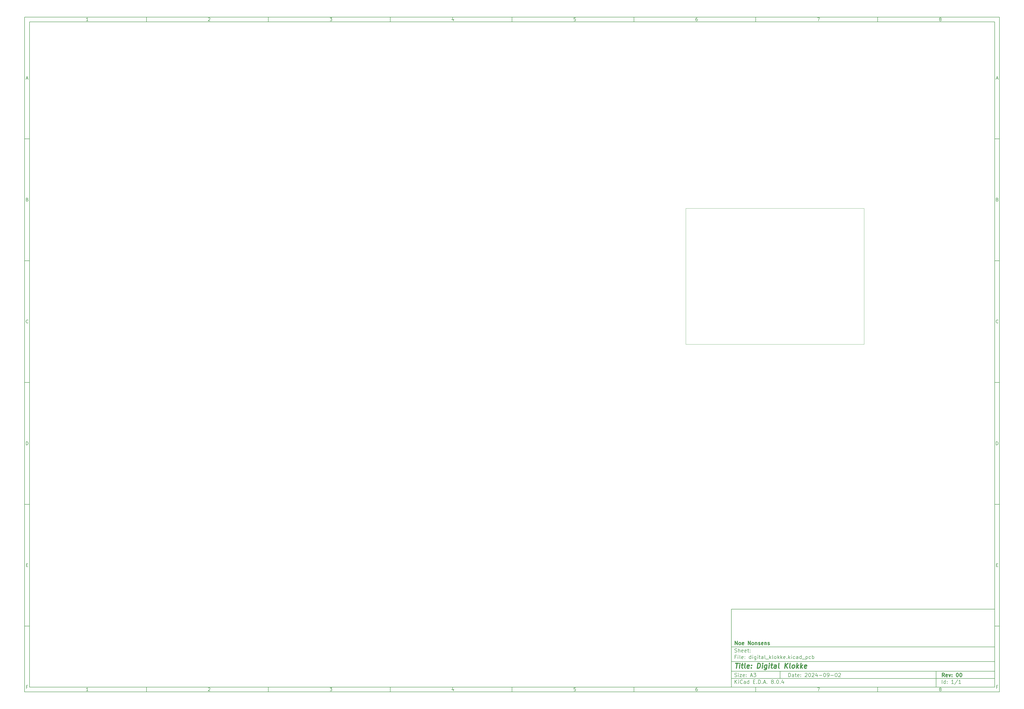
<source format=gbr>
%TF.GenerationSoftware,KiCad,Pcbnew,8.0.4*%
%TF.CreationDate,2024-09-02T20:22:52+02:00*%
%TF.ProjectId,digital_klokke,64696769-7461-46c5-9f6b-6c6f6b6b652e,00*%
%TF.SameCoordinates,PX10c44c20PY899d7e0*%
%TF.FileFunction,Profile,NP*%
%FSLAX46Y46*%
G04 Gerber Fmt 4.6, Leading zero omitted, Abs format (unit mm)*
G04 Created by KiCad (PCBNEW 8.0.4) date 2024-09-02 20:22:52*
%MOMM*%
%LPD*%
G01*
G04 APERTURE LIST*
%ADD10C,0.100000*%
%ADD11C,0.150000*%
%ADD12C,0.300000*%
%ADD13C,0.400000*%
%TA.AperFunction,Profile*%
%ADD14C,0.050000*%
%TD*%
G04 APERTURE END LIST*
D10*
D11*
X18689000Y-108702200D02*
X126689000Y-108702200D01*
X126689000Y-140702200D01*
X18689000Y-140702200D01*
X18689000Y-108702200D01*
D10*
D11*
X-271300000Y134300000D02*
X128689000Y134300000D01*
X128689000Y-142702200D01*
X-271300000Y-142702200D01*
X-271300000Y134300000D01*
D10*
D11*
X-269300000Y132300000D02*
X126689000Y132300000D01*
X126689000Y-140702200D01*
X-269300000Y-140702200D01*
X-269300000Y132300000D01*
D10*
D11*
X-221300000Y132300000D02*
X-221300000Y134300000D01*
D10*
D11*
X-171300000Y132300000D02*
X-171300000Y134300000D01*
D10*
D11*
X-121300000Y132300000D02*
X-121300000Y134300000D01*
D10*
D11*
X-71300000Y132300000D02*
X-71300000Y134300000D01*
D10*
D11*
X-21300000Y132300000D02*
X-21300000Y134300000D01*
D10*
D11*
X28700000Y132300000D02*
X28700000Y134300000D01*
D10*
D11*
X78700000Y132300000D02*
X78700000Y134300000D01*
D10*
D11*
X-245210840Y132706396D02*
X-245953697Y132706396D01*
X-245582269Y132706396D02*
X-245582269Y134006396D01*
X-245582269Y134006396D02*
X-245706078Y133820681D01*
X-245706078Y133820681D02*
X-245829888Y133696872D01*
X-245829888Y133696872D02*
X-245953697Y133634967D01*
D10*
D11*
X-195953697Y133882586D02*
X-195891793Y133944491D01*
X-195891793Y133944491D02*
X-195767983Y134006396D01*
X-195767983Y134006396D02*
X-195458459Y134006396D01*
X-195458459Y134006396D02*
X-195334650Y133944491D01*
X-195334650Y133944491D02*
X-195272745Y133882586D01*
X-195272745Y133882586D02*
X-195210840Y133758777D01*
X-195210840Y133758777D02*
X-195210840Y133634967D01*
X-195210840Y133634967D02*
X-195272745Y133449253D01*
X-195272745Y133449253D02*
X-196015602Y132706396D01*
X-196015602Y132706396D02*
X-195210840Y132706396D01*
D10*
D11*
X-146015602Y134006396D02*
X-145210840Y134006396D01*
X-145210840Y134006396D02*
X-145644174Y133511158D01*
X-145644174Y133511158D02*
X-145458459Y133511158D01*
X-145458459Y133511158D02*
X-145334650Y133449253D01*
X-145334650Y133449253D02*
X-145272745Y133387348D01*
X-145272745Y133387348D02*
X-145210840Y133263539D01*
X-145210840Y133263539D02*
X-145210840Y132954015D01*
X-145210840Y132954015D02*
X-145272745Y132830205D01*
X-145272745Y132830205D02*
X-145334650Y132768300D01*
X-145334650Y132768300D02*
X-145458459Y132706396D01*
X-145458459Y132706396D02*
X-145829888Y132706396D01*
X-145829888Y132706396D02*
X-145953697Y132768300D01*
X-145953697Y132768300D02*
X-146015602Y132830205D01*
D10*
D11*
X-95334650Y133573062D02*
X-95334650Y132706396D01*
X-95644174Y134068300D02*
X-95953697Y133139729D01*
X-95953697Y133139729D02*
X-95148936Y133139729D01*
D10*
D11*
X-45272745Y134006396D02*
X-45891793Y134006396D01*
X-45891793Y134006396D02*
X-45953697Y133387348D01*
X-45953697Y133387348D02*
X-45891793Y133449253D01*
X-45891793Y133449253D02*
X-45767983Y133511158D01*
X-45767983Y133511158D02*
X-45458459Y133511158D01*
X-45458459Y133511158D02*
X-45334650Y133449253D01*
X-45334650Y133449253D02*
X-45272745Y133387348D01*
X-45272745Y133387348D02*
X-45210840Y133263539D01*
X-45210840Y133263539D02*
X-45210840Y132954015D01*
X-45210840Y132954015D02*
X-45272745Y132830205D01*
X-45272745Y132830205D02*
X-45334650Y132768300D01*
X-45334650Y132768300D02*
X-45458459Y132706396D01*
X-45458459Y132706396D02*
X-45767983Y132706396D01*
X-45767983Y132706396D02*
X-45891793Y132768300D01*
X-45891793Y132768300D02*
X-45953697Y132830205D01*
D10*
D11*
X4665350Y134006396D02*
X4417731Y134006396D01*
X4417731Y134006396D02*
X4293922Y133944491D01*
X4293922Y133944491D02*
X4232017Y133882586D01*
X4232017Y133882586D02*
X4108207Y133696872D01*
X4108207Y133696872D02*
X4046303Y133449253D01*
X4046303Y133449253D02*
X4046303Y132954015D01*
X4046303Y132954015D02*
X4108207Y132830205D01*
X4108207Y132830205D02*
X4170112Y132768300D01*
X4170112Y132768300D02*
X4293922Y132706396D01*
X4293922Y132706396D02*
X4541541Y132706396D01*
X4541541Y132706396D02*
X4665350Y132768300D01*
X4665350Y132768300D02*
X4727255Y132830205D01*
X4727255Y132830205D02*
X4789160Y132954015D01*
X4789160Y132954015D02*
X4789160Y133263539D01*
X4789160Y133263539D02*
X4727255Y133387348D01*
X4727255Y133387348D02*
X4665350Y133449253D01*
X4665350Y133449253D02*
X4541541Y133511158D01*
X4541541Y133511158D02*
X4293922Y133511158D01*
X4293922Y133511158D02*
X4170112Y133449253D01*
X4170112Y133449253D02*
X4108207Y133387348D01*
X4108207Y133387348D02*
X4046303Y133263539D01*
D10*
D11*
X53984398Y134006396D02*
X54851064Y134006396D01*
X54851064Y134006396D02*
X54293922Y132706396D01*
D10*
D11*
X104293922Y133449253D02*
X104170112Y133511158D01*
X104170112Y133511158D02*
X104108207Y133573062D01*
X104108207Y133573062D02*
X104046303Y133696872D01*
X104046303Y133696872D02*
X104046303Y133758777D01*
X104046303Y133758777D02*
X104108207Y133882586D01*
X104108207Y133882586D02*
X104170112Y133944491D01*
X104170112Y133944491D02*
X104293922Y134006396D01*
X104293922Y134006396D02*
X104541541Y134006396D01*
X104541541Y134006396D02*
X104665350Y133944491D01*
X104665350Y133944491D02*
X104727255Y133882586D01*
X104727255Y133882586D02*
X104789160Y133758777D01*
X104789160Y133758777D02*
X104789160Y133696872D01*
X104789160Y133696872D02*
X104727255Y133573062D01*
X104727255Y133573062D02*
X104665350Y133511158D01*
X104665350Y133511158D02*
X104541541Y133449253D01*
X104541541Y133449253D02*
X104293922Y133449253D01*
X104293922Y133449253D02*
X104170112Y133387348D01*
X104170112Y133387348D02*
X104108207Y133325443D01*
X104108207Y133325443D02*
X104046303Y133201634D01*
X104046303Y133201634D02*
X104046303Y132954015D01*
X104046303Y132954015D02*
X104108207Y132830205D01*
X104108207Y132830205D02*
X104170112Y132768300D01*
X104170112Y132768300D02*
X104293922Y132706396D01*
X104293922Y132706396D02*
X104541541Y132706396D01*
X104541541Y132706396D02*
X104665350Y132768300D01*
X104665350Y132768300D02*
X104727255Y132830205D01*
X104727255Y132830205D02*
X104789160Y132954015D01*
X104789160Y132954015D02*
X104789160Y133201634D01*
X104789160Y133201634D02*
X104727255Y133325443D01*
X104727255Y133325443D02*
X104665350Y133387348D01*
X104665350Y133387348D02*
X104541541Y133449253D01*
D10*
D11*
X-221300000Y-140702200D02*
X-221300000Y-142702200D01*
D10*
D11*
X-171300000Y-140702200D02*
X-171300000Y-142702200D01*
D10*
D11*
X-121300000Y-140702200D02*
X-121300000Y-142702200D01*
D10*
D11*
X-71300000Y-140702200D02*
X-71300000Y-142702200D01*
D10*
D11*
X-21300000Y-140702200D02*
X-21300000Y-142702200D01*
D10*
D11*
X28700000Y-140702200D02*
X28700000Y-142702200D01*
D10*
D11*
X78700000Y-140702200D02*
X78700000Y-142702200D01*
D10*
D11*
X-245210840Y-142295804D02*
X-245953697Y-142295804D01*
X-245582269Y-142295804D02*
X-245582269Y-140995804D01*
X-245582269Y-140995804D02*
X-245706078Y-141181519D01*
X-245706078Y-141181519D02*
X-245829888Y-141305328D01*
X-245829888Y-141305328D02*
X-245953697Y-141367233D01*
D10*
D11*
X-195953697Y-141119614D02*
X-195891793Y-141057709D01*
X-195891793Y-141057709D02*
X-195767983Y-140995804D01*
X-195767983Y-140995804D02*
X-195458459Y-140995804D01*
X-195458459Y-140995804D02*
X-195334650Y-141057709D01*
X-195334650Y-141057709D02*
X-195272745Y-141119614D01*
X-195272745Y-141119614D02*
X-195210840Y-141243423D01*
X-195210840Y-141243423D02*
X-195210840Y-141367233D01*
X-195210840Y-141367233D02*
X-195272745Y-141552947D01*
X-195272745Y-141552947D02*
X-196015602Y-142295804D01*
X-196015602Y-142295804D02*
X-195210840Y-142295804D01*
D10*
D11*
X-146015602Y-140995804D02*
X-145210840Y-140995804D01*
X-145210840Y-140995804D02*
X-145644174Y-141491042D01*
X-145644174Y-141491042D02*
X-145458459Y-141491042D01*
X-145458459Y-141491042D02*
X-145334650Y-141552947D01*
X-145334650Y-141552947D02*
X-145272745Y-141614852D01*
X-145272745Y-141614852D02*
X-145210840Y-141738661D01*
X-145210840Y-141738661D02*
X-145210840Y-142048185D01*
X-145210840Y-142048185D02*
X-145272745Y-142171995D01*
X-145272745Y-142171995D02*
X-145334650Y-142233900D01*
X-145334650Y-142233900D02*
X-145458459Y-142295804D01*
X-145458459Y-142295804D02*
X-145829888Y-142295804D01*
X-145829888Y-142295804D02*
X-145953697Y-142233900D01*
X-145953697Y-142233900D02*
X-146015602Y-142171995D01*
D10*
D11*
X-95334650Y-141429138D02*
X-95334650Y-142295804D01*
X-95644174Y-140933900D02*
X-95953697Y-141862471D01*
X-95953697Y-141862471D02*
X-95148936Y-141862471D01*
D10*
D11*
X-45272745Y-140995804D02*
X-45891793Y-140995804D01*
X-45891793Y-140995804D02*
X-45953697Y-141614852D01*
X-45953697Y-141614852D02*
X-45891793Y-141552947D01*
X-45891793Y-141552947D02*
X-45767983Y-141491042D01*
X-45767983Y-141491042D02*
X-45458459Y-141491042D01*
X-45458459Y-141491042D02*
X-45334650Y-141552947D01*
X-45334650Y-141552947D02*
X-45272745Y-141614852D01*
X-45272745Y-141614852D02*
X-45210840Y-141738661D01*
X-45210840Y-141738661D02*
X-45210840Y-142048185D01*
X-45210840Y-142048185D02*
X-45272745Y-142171995D01*
X-45272745Y-142171995D02*
X-45334650Y-142233900D01*
X-45334650Y-142233900D02*
X-45458459Y-142295804D01*
X-45458459Y-142295804D02*
X-45767983Y-142295804D01*
X-45767983Y-142295804D02*
X-45891793Y-142233900D01*
X-45891793Y-142233900D02*
X-45953697Y-142171995D01*
D10*
D11*
X4665350Y-140995804D02*
X4417731Y-140995804D01*
X4417731Y-140995804D02*
X4293922Y-141057709D01*
X4293922Y-141057709D02*
X4232017Y-141119614D01*
X4232017Y-141119614D02*
X4108207Y-141305328D01*
X4108207Y-141305328D02*
X4046303Y-141552947D01*
X4046303Y-141552947D02*
X4046303Y-142048185D01*
X4046303Y-142048185D02*
X4108207Y-142171995D01*
X4108207Y-142171995D02*
X4170112Y-142233900D01*
X4170112Y-142233900D02*
X4293922Y-142295804D01*
X4293922Y-142295804D02*
X4541541Y-142295804D01*
X4541541Y-142295804D02*
X4665350Y-142233900D01*
X4665350Y-142233900D02*
X4727255Y-142171995D01*
X4727255Y-142171995D02*
X4789160Y-142048185D01*
X4789160Y-142048185D02*
X4789160Y-141738661D01*
X4789160Y-141738661D02*
X4727255Y-141614852D01*
X4727255Y-141614852D02*
X4665350Y-141552947D01*
X4665350Y-141552947D02*
X4541541Y-141491042D01*
X4541541Y-141491042D02*
X4293922Y-141491042D01*
X4293922Y-141491042D02*
X4170112Y-141552947D01*
X4170112Y-141552947D02*
X4108207Y-141614852D01*
X4108207Y-141614852D02*
X4046303Y-141738661D01*
D10*
D11*
X53984398Y-140995804D02*
X54851064Y-140995804D01*
X54851064Y-140995804D02*
X54293922Y-142295804D01*
D10*
D11*
X104293922Y-141552947D02*
X104170112Y-141491042D01*
X104170112Y-141491042D02*
X104108207Y-141429138D01*
X104108207Y-141429138D02*
X104046303Y-141305328D01*
X104046303Y-141305328D02*
X104046303Y-141243423D01*
X104046303Y-141243423D02*
X104108207Y-141119614D01*
X104108207Y-141119614D02*
X104170112Y-141057709D01*
X104170112Y-141057709D02*
X104293922Y-140995804D01*
X104293922Y-140995804D02*
X104541541Y-140995804D01*
X104541541Y-140995804D02*
X104665350Y-141057709D01*
X104665350Y-141057709D02*
X104727255Y-141119614D01*
X104727255Y-141119614D02*
X104789160Y-141243423D01*
X104789160Y-141243423D02*
X104789160Y-141305328D01*
X104789160Y-141305328D02*
X104727255Y-141429138D01*
X104727255Y-141429138D02*
X104665350Y-141491042D01*
X104665350Y-141491042D02*
X104541541Y-141552947D01*
X104541541Y-141552947D02*
X104293922Y-141552947D01*
X104293922Y-141552947D02*
X104170112Y-141614852D01*
X104170112Y-141614852D02*
X104108207Y-141676757D01*
X104108207Y-141676757D02*
X104046303Y-141800566D01*
X104046303Y-141800566D02*
X104046303Y-142048185D01*
X104046303Y-142048185D02*
X104108207Y-142171995D01*
X104108207Y-142171995D02*
X104170112Y-142233900D01*
X104170112Y-142233900D02*
X104293922Y-142295804D01*
X104293922Y-142295804D02*
X104541541Y-142295804D01*
X104541541Y-142295804D02*
X104665350Y-142233900D01*
X104665350Y-142233900D02*
X104727255Y-142171995D01*
X104727255Y-142171995D02*
X104789160Y-142048185D01*
X104789160Y-142048185D02*
X104789160Y-141800566D01*
X104789160Y-141800566D02*
X104727255Y-141676757D01*
X104727255Y-141676757D02*
X104665350Y-141614852D01*
X104665350Y-141614852D02*
X104541541Y-141552947D01*
D10*
D11*
X-271300000Y84300000D02*
X-269300000Y84300000D01*
D10*
D11*
X-271300000Y34300000D02*
X-269300000Y34300000D01*
D10*
D11*
X-271300000Y-15700000D02*
X-269300000Y-15700000D01*
D10*
D11*
X-271300000Y-65700000D02*
X-269300000Y-65700000D01*
D10*
D11*
X-271300000Y-115700000D02*
X-269300000Y-115700000D01*
D10*
D11*
X-270609524Y109077824D02*
X-269990477Y109077824D01*
X-270733334Y108706396D02*
X-270300001Y110006396D01*
X-270300001Y110006396D02*
X-269866667Y108706396D01*
D10*
D11*
X-270207143Y59387348D02*
X-270021429Y59325443D01*
X-270021429Y59325443D02*
X-269959524Y59263539D01*
X-269959524Y59263539D02*
X-269897620Y59139729D01*
X-269897620Y59139729D02*
X-269897620Y58954015D01*
X-269897620Y58954015D02*
X-269959524Y58830205D01*
X-269959524Y58830205D02*
X-270021429Y58768300D01*
X-270021429Y58768300D02*
X-270145239Y58706396D01*
X-270145239Y58706396D02*
X-270640477Y58706396D01*
X-270640477Y58706396D02*
X-270640477Y60006396D01*
X-270640477Y60006396D02*
X-270207143Y60006396D01*
X-270207143Y60006396D02*
X-270083334Y59944491D01*
X-270083334Y59944491D02*
X-270021429Y59882586D01*
X-270021429Y59882586D02*
X-269959524Y59758777D01*
X-269959524Y59758777D02*
X-269959524Y59634967D01*
X-269959524Y59634967D02*
X-270021429Y59511158D01*
X-270021429Y59511158D02*
X-270083334Y59449253D01*
X-270083334Y59449253D02*
X-270207143Y59387348D01*
X-270207143Y59387348D02*
X-270640477Y59387348D01*
D10*
D11*
X-269897620Y8830205D02*
X-269959524Y8768300D01*
X-269959524Y8768300D02*
X-270145239Y8706396D01*
X-270145239Y8706396D02*
X-270269048Y8706396D01*
X-270269048Y8706396D02*
X-270454762Y8768300D01*
X-270454762Y8768300D02*
X-270578572Y8892110D01*
X-270578572Y8892110D02*
X-270640477Y9015920D01*
X-270640477Y9015920D02*
X-270702381Y9263539D01*
X-270702381Y9263539D02*
X-270702381Y9449253D01*
X-270702381Y9449253D02*
X-270640477Y9696872D01*
X-270640477Y9696872D02*
X-270578572Y9820681D01*
X-270578572Y9820681D02*
X-270454762Y9944491D01*
X-270454762Y9944491D02*
X-270269048Y10006396D01*
X-270269048Y10006396D02*
X-270145239Y10006396D01*
X-270145239Y10006396D02*
X-269959524Y9944491D01*
X-269959524Y9944491D02*
X-269897620Y9882586D01*
D10*
D11*
X-270640477Y-41293604D02*
X-270640477Y-39993604D01*
X-270640477Y-39993604D02*
X-270330953Y-39993604D01*
X-270330953Y-39993604D02*
X-270145239Y-40055509D01*
X-270145239Y-40055509D02*
X-270021429Y-40179319D01*
X-270021429Y-40179319D02*
X-269959524Y-40303128D01*
X-269959524Y-40303128D02*
X-269897620Y-40550747D01*
X-269897620Y-40550747D02*
X-269897620Y-40736461D01*
X-269897620Y-40736461D02*
X-269959524Y-40984080D01*
X-269959524Y-40984080D02*
X-270021429Y-41107890D01*
X-270021429Y-41107890D02*
X-270145239Y-41231700D01*
X-270145239Y-41231700D02*
X-270330953Y-41293604D01*
X-270330953Y-41293604D02*
X-270640477Y-41293604D01*
D10*
D11*
X-270578572Y-90612652D02*
X-270145238Y-90612652D01*
X-269959524Y-91293604D02*
X-270578572Y-91293604D01*
X-270578572Y-91293604D02*
X-270578572Y-89993604D01*
X-270578572Y-89993604D02*
X-269959524Y-89993604D01*
D10*
D11*
X-270114286Y-140612652D02*
X-270547620Y-140612652D01*
X-270547620Y-141293604D02*
X-270547620Y-139993604D01*
X-270547620Y-139993604D02*
X-269928572Y-139993604D01*
D10*
D11*
X128689000Y84300000D02*
X126689000Y84300000D01*
D10*
D11*
X128689000Y34300000D02*
X126689000Y34300000D01*
D10*
D11*
X128689000Y-15700000D02*
X126689000Y-15700000D01*
D10*
D11*
X128689000Y-65700000D02*
X126689000Y-65700000D01*
D10*
D11*
X128689000Y-115700000D02*
X126689000Y-115700000D01*
D10*
D11*
X127379476Y109077824D02*
X127998523Y109077824D01*
X127255666Y108706396D02*
X127688999Y110006396D01*
X127688999Y110006396D02*
X128122333Y108706396D01*
D10*
D11*
X127781857Y59387348D02*
X127967571Y59325443D01*
X127967571Y59325443D02*
X128029476Y59263539D01*
X128029476Y59263539D02*
X128091380Y59139729D01*
X128091380Y59139729D02*
X128091380Y58954015D01*
X128091380Y58954015D02*
X128029476Y58830205D01*
X128029476Y58830205D02*
X127967571Y58768300D01*
X127967571Y58768300D02*
X127843761Y58706396D01*
X127843761Y58706396D02*
X127348523Y58706396D01*
X127348523Y58706396D02*
X127348523Y60006396D01*
X127348523Y60006396D02*
X127781857Y60006396D01*
X127781857Y60006396D02*
X127905666Y59944491D01*
X127905666Y59944491D02*
X127967571Y59882586D01*
X127967571Y59882586D02*
X128029476Y59758777D01*
X128029476Y59758777D02*
X128029476Y59634967D01*
X128029476Y59634967D02*
X127967571Y59511158D01*
X127967571Y59511158D02*
X127905666Y59449253D01*
X127905666Y59449253D02*
X127781857Y59387348D01*
X127781857Y59387348D02*
X127348523Y59387348D01*
D10*
D11*
X128091380Y8830205D02*
X128029476Y8768300D01*
X128029476Y8768300D02*
X127843761Y8706396D01*
X127843761Y8706396D02*
X127719952Y8706396D01*
X127719952Y8706396D02*
X127534238Y8768300D01*
X127534238Y8768300D02*
X127410428Y8892110D01*
X127410428Y8892110D02*
X127348523Y9015920D01*
X127348523Y9015920D02*
X127286619Y9263539D01*
X127286619Y9263539D02*
X127286619Y9449253D01*
X127286619Y9449253D02*
X127348523Y9696872D01*
X127348523Y9696872D02*
X127410428Y9820681D01*
X127410428Y9820681D02*
X127534238Y9944491D01*
X127534238Y9944491D02*
X127719952Y10006396D01*
X127719952Y10006396D02*
X127843761Y10006396D01*
X127843761Y10006396D02*
X128029476Y9944491D01*
X128029476Y9944491D02*
X128091380Y9882586D01*
D10*
D11*
X127348523Y-41293604D02*
X127348523Y-39993604D01*
X127348523Y-39993604D02*
X127658047Y-39993604D01*
X127658047Y-39993604D02*
X127843761Y-40055509D01*
X127843761Y-40055509D02*
X127967571Y-40179319D01*
X127967571Y-40179319D02*
X128029476Y-40303128D01*
X128029476Y-40303128D02*
X128091380Y-40550747D01*
X128091380Y-40550747D02*
X128091380Y-40736461D01*
X128091380Y-40736461D02*
X128029476Y-40984080D01*
X128029476Y-40984080D02*
X127967571Y-41107890D01*
X127967571Y-41107890D02*
X127843761Y-41231700D01*
X127843761Y-41231700D02*
X127658047Y-41293604D01*
X127658047Y-41293604D02*
X127348523Y-41293604D01*
D10*
D11*
X127410428Y-90612652D02*
X127843762Y-90612652D01*
X128029476Y-91293604D02*
X127410428Y-91293604D01*
X127410428Y-91293604D02*
X127410428Y-89993604D01*
X127410428Y-89993604D02*
X128029476Y-89993604D01*
D10*
D11*
X127874714Y-140612652D02*
X127441380Y-140612652D01*
X127441380Y-141293604D02*
X127441380Y-139993604D01*
X127441380Y-139993604D02*
X128060428Y-139993604D01*
D10*
D11*
X42144826Y-136488328D02*
X42144826Y-134988328D01*
X42144826Y-134988328D02*
X42501969Y-134988328D01*
X42501969Y-134988328D02*
X42716255Y-135059757D01*
X42716255Y-135059757D02*
X42859112Y-135202614D01*
X42859112Y-135202614D02*
X42930541Y-135345471D01*
X42930541Y-135345471D02*
X43001969Y-135631185D01*
X43001969Y-135631185D02*
X43001969Y-135845471D01*
X43001969Y-135845471D02*
X42930541Y-136131185D01*
X42930541Y-136131185D02*
X42859112Y-136274042D01*
X42859112Y-136274042D02*
X42716255Y-136416900D01*
X42716255Y-136416900D02*
X42501969Y-136488328D01*
X42501969Y-136488328D02*
X42144826Y-136488328D01*
X44287684Y-136488328D02*
X44287684Y-135702614D01*
X44287684Y-135702614D02*
X44216255Y-135559757D01*
X44216255Y-135559757D02*
X44073398Y-135488328D01*
X44073398Y-135488328D02*
X43787684Y-135488328D01*
X43787684Y-135488328D02*
X43644826Y-135559757D01*
X44287684Y-136416900D02*
X44144826Y-136488328D01*
X44144826Y-136488328D02*
X43787684Y-136488328D01*
X43787684Y-136488328D02*
X43644826Y-136416900D01*
X43644826Y-136416900D02*
X43573398Y-136274042D01*
X43573398Y-136274042D02*
X43573398Y-136131185D01*
X43573398Y-136131185D02*
X43644826Y-135988328D01*
X43644826Y-135988328D02*
X43787684Y-135916900D01*
X43787684Y-135916900D02*
X44144826Y-135916900D01*
X44144826Y-135916900D02*
X44287684Y-135845471D01*
X44787684Y-135488328D02*
X45359112Y-135488328D01*
X45001969Y-134988328D02*
X45001969Y-136274042D01*
X45001969Y-136274042D02*
X45073398Y-136416900D01*
X45073398Y-136416900D02*
X45216255Y-136488328D01*
X45216255Y-136488328D02*
X45359112Y-136488328D01*
X46430541Y-136416900D02*
X46287684Y-136488328D01*
X46287684Y-136488328D02*
X46001970Y-136488328D01*
X46001970Y-136488328D02*
X45859112Y-136416900D01*
X45859112Y-136416900D02*
X45787684Y-136274042D01*
X45787684Y-136274042D02*
X45787684Y-135702614D01*
X45787684Y-135702614D02*
X45859112Y-135559757D01*
X45859112Y-135559757D02*
X46001970Y-135488328D01*
X46001970Y-135488328D02*
X46287684Y-135488328D01*
X46287684Y-135488328D02*
X46430541Y-135559757D01*
X46430541Y-135559757D02*
X46501970Y-135702614D01*
X46501970Y-135702614D02*
X46501970Y-135845471D01*
X46501970Y-135845471D02*
X45787684Y-135988328D01*
X47144826Y-136345471D02*
X47216255Y-136416900D01*
X47216255Y-136416900D02*
X47144826Y-136488328D01*
X47144826Y-136488328D02*
X47073398Y-136416900D01*
X47073398Y-136416900D02*
X47144826Y-136345471D01*
X47144826Y-136345471D02*
X47144826Y-136488328D01*
X47144826Y-135559757D02*
X47216255Y-135631185D01*
X47216255Y-135631185D02*
X47144826Y-135702614D01*
X47144826Y-135702614D02*
X47073398Y-135631185D01*
X47073398Y-135631185D02*
X47144826Y-135559757D01*
X47144826Y-135559757D02*
X47144826Y-135702614D01*
X48930541Y-135131185D02*
X49001969Y-135059757D01*
X49001969Y-135059757D02*
X49144827Y-134988328D01*
X49144827Y-134988328D02*
X49501969Y-134988328D01*
X49501969Y-134988328D02*
X49644827Y-135059757D01*
X49644827Y-135059757D02*
X49716255Y-135131185D01*
X49716255Y-135131185D02*
X49787684Y-135274042D01*
X49787684Y-135274042D02*
X49787684Y-135416900D01*
X49787684Y-135416900D02*
X49716255Y-135631185D01*
X49716255Y-135631185D02*
X48859112Y-136488328D01*
X48859112Y-136488328D02*
X49787684Y-136488328D01*
X50716255Y-134988328D02*
X50859112Y-134988328D01*
X50859112Y-134988328D02*
X51001969Y-135059757D01*
X51001969Y-135059757D02*
X51073398Y-135131185D01*
X51073398Y-135131185D02*
X51144826Y-135274042D01*
X51144826Y-135274042D02*
X51216255Y-135559757D01*
X51216255Y-135559757D02*
X51216255Y-135916900D01*
X51216255Y-135916900D02*
X51144826Y-136202614D01*
X51144826Y-136202614D02*
X51073398Y-136345471D01*
X51073398Y-136345471D02*
X51001969Y-136416900D01*
X51001969Y-136416900D02*
X50859112Y-136488328D01*
X50859112Y-136488328D02*
X50716255Y-136488328D01*
X50716255Y-136488328D02*
X50573398Y-136416900D01*
X50573398Y-136416900D02*
X50501969Y-136345471D01*
X50501969Y-136345471D02*
X50430540Y-136202614D01*
X50430540Y-136202614D02*
X50359112Y-135916900D01*
X50359112Y-135916900D02*
X50359112Y-135559757D01*
X50359112Y-135559757D02*
X50430540Y-135274042D01*
X50430540Y-135274042D02*
X50501969Y-135131185D01*
X50501969Y-135131185D02*
X50573398Y-135059757D01*
X50573398Y-135059757D02*
X50716255Y-134988328D01*
X51787683Y-135131185D02*
X51859111Y-135059757D01*
X51859111Y-135059757D02*
X52001969Y-134988328D01*
X52001969Y-134988328D02*
X52359111Y-134988328D01*
X52359111Y-134988328D02*
X52501969Y-135059757D01*
X52501969Y-135059757D02*
X52573397Y-135131185D01*
X52573397Y-135131185D02*
X52644826Y-135274042D01*
X52644826Y-135274042D02*
X52644826Y-135416900D01*
X52644826Y-135416900D02*
X52573397Y-135631185D01*
X52573397Y-135631185D02*
X51716254Y-136488328D01*
X51716254Y-136488328D02*
X52644826Y-136488328D01*
X53930540Y-135488328D02*
X53930540Y-136488328D01*
X53573397Y-134916900D02*
X53216254Y-135988328D01*
X53216254Y-135988328D02*
X54144825Y-135988328D01*
X54716253Y-135916900D02*
X55859111Y-135916900D01*
X56859111Y-134988328D02*
X57001968Y-134988328D01*
X57001968Y-134988328D02*
X57144825Y-135059757D01*
X57144825Y-135059757D02*
X57216254Y-135131185D01*
X57216254Y-135131185D02*
X57287682Y-135274042D01*
X57287682Y-135274042D02*
X57359111Y-135559757D01*
X57359111Y-135559757D02*
X57359111Y-135916900D01*
X57359111Y-135916900D02*
X57287682Y-136202614D01*
X57287682Y-136202614D02*
X57216254Y-136345471D01*
X57216254Y-136345471D02*
X57144825Y-136416900D01*
X57144825Y-136416900D02*
X57001968Y-136488328D01*
X57001968Y-136488328D02*
X56859111Y-136488328D01*
X56859111Y-136488328D02*
X56716254Y-136416900D01*
X56716254Y-136416900D02*
X56644825Y-136345471D01*
X56644825Y-136345471D02*
X56573396Y-136202614D01*
X56573396Y-136202614D02*
X56501968Y-135916900D01*
X56501968Y-135916900D02*
X56501968Y-135559757D01*
X56501968Y-135559757D02*
X56573396Y-135274042D01*
X56573396Y-135274042D02*
X56644825Y-135131185D01*
X56644825Y-135131185D02*
X56716254Y-135059757D01*
X56716254Y-135059757D02*
X56859111Y-134988328D01*
X58073396Y-136488328D02*
X58359110Y-136488328D01*
X58359110Y-136488328D02*
X58501967Y-136416900D01*
X58501967Y-136416900D02*
X58573396Y-136345471D01*
X58573396Y-136345471D02*
X58716253Y-136131185D01*
X58716253Y-136131185D02*
X58787682Y-135845471D01*
X58787682Y-135845471D02*
X58787682Y-135274042D01*
X58787682Y-135274042D02*
X58716253Y-135131185D01*
X58716253Y-135131185D02*
X58644825Y-135059757D01*
X58644825Y-135059757D02*
X58501967Y-134988328D01*
X58501967Y-134988328D02*
X58216253Y-134988328D01*
X58216253Y-134988328D02*
X58073396Y-135059757D01*
X58073396Y-135059757D02*
X58001967Y-135131185D01*
X58001967Y-135131185D02*
X57930539Y-135274042D01*
X57930539Y-135274042D02*
X57930539Y-135631185D01*
X57930539Y-135631185D02*
X58001967Y-135774042D01*
X58001967Y-135774042D02*
X58073396Y-135845471D01*
X58073396Y-135845471D02*
X58216253Y-135916900D01*
X58216253Y-135916900D02*
X58501967Y-135916900D01*
X58501967Y-135916900D02*
X58644825Y-135845471D01*
X58644825Y-135845471D02*
X58716253Y-135774042D01*
X58716253Y-135774042D02*
X58787682Y-135631185D01*
X59430538Y-135916900D02*
X60573396Y-135916900D01*
X61573396Y-134988328D02*
X61716253Y-134988328D01*
X61716253Y-134988328D02*
X61859110Y-135059757D01*
X61859110Y-135059757D02*
X61930539Y-135131185D01*
X61930539Y-135131185D02*
X62001967Y-135274042D01*
X62001967Y-135274042D02*
X62073396Y-135559757D01*
X62073396Y-135559757D02*
X62073396Y-135916900D01*
X62073396Y-135916900D02*
X62001967Y-136202614D01*
X62001967Y-136202614D02*
X61930539Y-136345471D01*
X61930539Y-136345471D02*
X61859110Y-136416900D01*
X61859110Y-136416900D02*
X61716253Y-136488328D01*
X61716253Y-136488328D02*
X61573396Y-136488328D01*
X61573396Y-136488328D02*
X61430539Y-136416900D01*
X61430539Y-136416900D02*
X61359110Y-136345471D01*
X61359110Y-136345471D02*
X61287681Y-136202614D01*
X61287681Y-136202614D02*
X61216253Y-135916900D01*
X61216253Y-135916900D02*
X61216253Y-135559757D01*
X61216253Y-135559757D02*
X61287681Y-135274042D01*
X61287681Y-135274042D02*
X61359110Y-135131185D01*
X61359110Y-135131185D02*
X61430539Y-135059757D01*
X61430539Y-135059757D02*
X61573396Y-134988328D01*
X62644824Y-135131185D02*
X62716252Y-135059757D01*
X62716252Y-135059757D02*
X62859110Y-134988328D01*
X62859110Y-134988328D02*
X63216252Y-134988328D01*
X63216252Y-134988328D02*
X63359110Y-135059757D01*
X63359110Y-135059757D02*
X63430538Y-135131185D01*
X63430538Y-135131185D02*
X63501967Y-135274042D01*
X63501967Y-135274042D02*
X63501967Y-135416900D01*
X63501967Y-135416900D02*
X63430538Y-135631185D01*
X63430538Y-135631185D02*
X62573395Y-136488328D01*
X62573395Y-136488328D02*
X63501967Y-136488328D01*
D10*
D11*
X18689000Y-137202200D02*
X126689000Y-137202200D01*
D10*
D11*
X20144826Y-139288328D02*
X20144826Y-137788328D01*
X21001969Y-139288328D02*
X20359112Y-138431185D01*
X21001969Y-137788328D02*
X20144826Y-138645471D01*
X21644826Y-139288328D02*
X21644826Y-138288328D01*
X21644826Y-137788328D02*
X21573398Y-137859757D01*
X21573398Y-137859757D02*
X21644826Y-137931185D01*
X21644826Y-137931185D02*
X21716255Y-137859757D01*
X21716255Y-137859757D02*
X21644826Y-137788328D01*
X21644826Y-137788328D02*
X21644826Y-137931185D01*
X23216255Y-139145471D02*
X23144827Y-139216900D01*
X23144827Y-139216900D02*
X22930541Y-139288328D01*
X22930541Y-139288328D02*
X22787684Y-139288328D01*
X22787684Y-139288328D02*
X22573398Y-139216900D01*
X22573398Y-139216900D02*
X22430541Y-139074042D01*
X22430541Y-139074042D02*
X22359112Y-138931185D01*
X22359112Y-138931185D02*
X22287684Y-138645471D01*
X22287684Y-138645471D02*
X22287684Y-138431185D01*
X22287684Y-138431185D02*
X22359112Y-138145471D01*
X22359112Y-138145471D02*
X22430541Y-138002614D01*
X22430541Y-138002614D02*
X22573398Y-137859757D01*
X22573398Y-137859757D02*
X22787684Y-137788328D01*
X22787684Y-137788328D02*
X22930541Y-137788328D01*
X22930541Y-137788328D02*
X23144827Y-137859757D01*
X23144827Y-137859757D02*
X23216255Y-137931185D01*
X24501970Y-139288328D02*
X24501970Y-138502614D01*
X24501970Y-138502614D02*
X24430541Y-138359757D01*
X24430541Y-138359757D02*
X24287684Y-138288328D01*
X24287684Y-138288328D02*
X24001970Y-138288328D01*
X24001970Y-138288328D02*
X23859112Y-138359757D01*
X24501970Y-139216900D02*
X24359112Y-139288328D01*
X24359112Y-139288328D02*
X24001970Y-139288328D01*
X24001970Y-139288328D02*
X23859112Y-139216900D01*
X23859112Y-139216900D02*
X23787684Y-139074042D01*
X23787684Y-139074042D02*
X23787684Y-138931185D01*
X23787684Y-138931185D02*
X23859112Y-138788328D01*
X23859112Y-138788328D02*
X24001970Y-138716900D01*
X24001970Y-138716900D02*
X24359112Y-138716900D01*
X24359112Y-138716900D02*
X24501970Y-138645471D01*
X25859113Y-139288328D02*
X25859113Y-137788328D01*
X25859113Y-139216900D02*
X25716255Y-139288328D01*
X25716255Y-139288328D02*
X25430541Y-139288328D01*
X25430541Y-139288328D02*
X25287684Y-139216900D01*
X25287684Y-139216900D02*
X25216255Y-139145471D01*
X25216255Y-139145471D02*
X25144827Y-139002614D01*
X25144827Y-139002614D02*
X25144827Y-138574042D01*
X25144827Y-138574042D02*
X25216255Y-138431185D01*
X25216255Y-138431185D02*
X25287684Y-138359757D01*
X25287684Y-138359757D02*
X25430541Y-138288328D01*
X25430541Y-138288328D02*
X25716255Y-138288328D01*
X25716255Y-138288328D02*
X25859113Y-138359757D01*
X27716255Y-138502614D02*
X28216255Y-138502614D01*
X28430541Y-139288328D02*
X27716255Y-139288328D01*
X27716255Y-139288328D02*
X27716255Y-137788328D01*
X27716255Y-137788328D02*
X28430541Y-137788328D01*
X29073398Y-139145471D02*
X29144827Y-139216900D01*
X29144827Y-139216900D02*
X29073398Y-139288328D01*
X29073398Y-139288328D02*
X29001970Y-139216900D01*
X29001970Y-139216900D02*
X29073398Y-139145471D01*
X29073398Y-139145471D02*
X29073398Y-139288328D01*
X29787684Y-139288328D02*
X29787684Y-137788328D01*
X29787684Y-137788328D02*
X30144827Y-137788328D01*
X30144827Y-137788328D02*
X30359113Y-137859757D01*
X30359113Y-137859757D02*
X30501970Y-138002614D01*
X30501970Y-138002614D02*
X30573399Y-138145471D01*
X30573399Y-138145471D02*
X30644827Y-138431185D01*
X30644827Y-138431185D02*
X30644827Y-138645471D01*
X30644827Y-138645471D02*
X30573399Y-138931185D01*
X30573399Y-138931185D02*
X30501970Y-139074042D01*
X30501970Y-139074042D02*
X30359113Y-139216900D01*
X30359113Y-139216900D02*
X30144827Y-139288328D01*
X30144827Y-139288328D02*
X29787684Y-139288328D01*
X31287684Y-139145471D02*
X31359113Y-139216900D01*
X31359113Y-139216900D02*
X31287684Y-139288328D01*
X31287684Y-139288328D02*
X31216256Y-139216900D01*
X31216256Y-139216900D02*
X31287684Y-139145471D01*
X31287684Y-139145471D02*
X31287684Y-139288328D01*
X31930542Y-138859757D02*
X32644828Y-138859757D01*
X31787685Y-139288328D02*
X32287685Y-137788328D01*
X32287685Y-137788328D02*
X32787685Y-139288328D01*
X33287684Y-139145471D02*
X33359113Y-139216900D01*
X33359113Y-139216900D02*
X33287684Y-139288328D01*
X33287684Y-139288328D02*
X33216256Y-139216900D01*
X33216256Y-139216900D02*
X33287684Y-139145471D01*
X33287684Y-139145471D02*
X33287684Y-139288328D01*
X35359113Y-138431185D02*
X35216256Y-138359757D01*
X35216256Y-138359757D02*
X35144827Y-138288328D01*
X35144827Y-138288328D02*
X35073399Y-138145471D01*
X35073399Y-138145471D02*
X35073399Y-138074042D01*
X35073399Y-138074042D02*
X35144827Y-137931185D01*
X35144827Y-137931185D02*
X35216256Y-137859757D01*
X35216256Y-137859757D02*
X35359113Y-137788328D01*
X35359113Y-137788328D02*
X35644827Y-137788328D01*
X35644827Y-137788328D02*
X35787685Y-137859757D01*
X35787685Y-137859757D02*
X35859113Y-137931185D01*
X35859113Y-137931185D02*
X35930542Y-138074042D01*
X35930542Y-138074042D02*
X35930542Y-138145471D01*
X35930542Y-138145471D02*
X35859113Y-138288328D01*
X35859113Y-138288328D02*
X35787685Y-138359757D01*
X35787685Y-138359757D02*
X35644827Y-138431185D01*
X35644827Y-138431185D02*
X35359113Y-138431185D01*
X35359113Y-138431185D02*
X35216256Y-138502614D01*
X35216256Y-138502614D02*
X35144827Y-138574042D01*
X35144827Y-138574042D02*
X35073399Y-138716900D01*
X35073399Y-138716900D02*
X35073399Y-139002614D01*
X35073399Y-139002614D02*
X35144827Y-139145471D01*
X35144827Y-139145471D02*
X35216256Y-139216900D01*
X35216256Y-139216900D02*
X35359113Y-139288328D01*
X35359113Y-139288328D02*
X35644827Y-139288328D01*
X35644827Y-139288328D02*
X35787685Y-139216900D01*
X35787685Y-139216900D02*
X35859113Y-139145471D01*
X35859113Y-139145471D02*
X35930542Y-139002614D01*
X35930542Y-139002614D02*
X35930542Y-138716900D01*
X35930542Y-138716900D02*
X35859113Y-138574042D01*
X35859113Y-138574042D02*
X35787685Y-138502614D01*
X35787685Y-138502614D02*
X35644827Y-138431185D01*
X36573398Y-139145471D02*
X36644827Y-139216900D01*
X36644827Y-139216900D02*
X36573398Y-139288328D01*
X36573398Y-139288328D02*
X36501970Y-139216900D01*
X36501970Y-139216900D02*
X36573398Y-139145471D01*
X36573398Y-139145471D02*
X36573398Y-139288328D01*
X37573399Y-137788328D02*
X37716256Y-137788328D01*
X37716256Y-137788328D02*
X37859113Y-137859757D01*
X37859113Y-137859757D02*
X37930542Y-137931185D01*
X37930542Y-137931185D02*
X38001970Y-138074042D01*
X38001970Y-138074042D02*
X38073399Y-138359757D01*
X38073399Y-138359757D02*
X38073399Y-138716900D01*
X38073399Y-138716900D02*
X38001970Y-139002614D01*
X38001970Y-139002614D02*
X37930542Y-139145471D01*
X37930542Y-139145471D02*
X37859113Y-139216900D01*
X37859113Y-139216900D02*
X37716256Y-139288328D01*
X37716256Y-139288328D02*
X37573399Y-139288328D01*
X37573399Y-139288328D02*
X37430542Y-139216900D01*
X37430542Y-139216900D02*
X37359113Y-139145471D01*
X37359113Y-139145471D02*
X37287684Y-139002614D01*
X37287684Y-139002614D02*
X37216256Y-138716900D01*
X37216256Y-138716900D02*
X37216256Y-138359757D01*
X37216256Y-138359757D02*
X37287684Y-138074042D01*
X37287684Y-138074042D02*
X37359113Y-137931185D01*
X37359113Y-137931185D02*
X37430542Y-137859757D01*
X37430542Y-137859757D02*
X37573399Y-137788328D01*
X38716255Y-139145471D02*
X38787684Y-139216900D01*
X38787684Y-139216900D02*
X38716255Y-139288328D01*
X38716255Y-139288328D02*
X38644827Y-139216900D01*
X38644827Y-139216900D02*
X38716255Y-139145471D01*
X38716255Y-139145471D02*
X38716255Y-139288328D01*
X40073399Y-138288328D02*
X40073399Y-139288328D01*
X39716256Y-137716900D02*
X39359113Y-138788328D01*
X39359113Y-138788328D02*
X40287684Y-138788328D01*
D10*
D11*
X18689000Y-134202200D02*
X126689000Y-134202200D01*
D10*
D12*
X106100653Y-136480528D02*
X105600653Y-135766242D01*
X105243510Y-136480528D02*
X105243510Y-134980528D01*
X105243510Y-134980528D02*
X105814939Y-134980528D01*
X105814939Y-134980528D02*
X105957796Y-135051957D01*
X105957796Y-135051957D02*
X106029225Y-135123385D01*
X106029225Y-135123385D02*
X106100653Y-135266242D01*
X106100653Y-135266242D02*
X106100653Y-135480528D01*
X106100653Y-135480528D02*
X106029225Y-135623385D01*
X106029225Y-135623385D02*
X105957796Y-135694814D01*
X105957796Y-135694814D02*
X105814939Y-135766242D01*
X105814939Y-135766242D02*
X105243510Y-135766242D01*
X107314939Y-136409100D02*
X107172082Y-136480528D01*
X107172082Y-136480528D02*
X106886368Y-136480528D01*
X106886368Y-136480528D02*
X106743510Y-136409100D01*
X106743510Y-136409100D02*
X106672082Y-136266242D01*
X106672082Y-136266242D02*
X106672082Y-135694814D01*
X106672082Y-135694814D02*
X106743510Y-135551957D01*
X106743510Y-135551957D02*
X106886368Y-135480528D01*
X106886368Y-135480528D02*
X107172082Y-135480528D01*
X107172082Y-135480528D02*
X107314939Y-135551957D01*
X107314939Y-135551957D02*
X107386368Y-135694814D01*
X107386368Y-135694814D02*
X107386368Y-135837671D01*
X107386368Y-135837671D02*
X106672082Y-135980528D01*
X107886367Y-135480528D02*
X108243510Y-136480528D01*
X108243510Y-136480528D02*
X108600653Y-135480528D01*
X109172081Y-136337671D02*
X109243510Y-136409100D01*
X109243510Y-136409100D02*
X109172081Y-136480528D01*
X109172081Y-136480528D02*
X109100653Y-136409100D01*
X109100653Y-136409100D02*
X109172081Y-136337671D01*
X109172081Y-136337671D02*
X109172081Y-136480528D01*
X109172081Y-135551957D02*
X109243510Y-135623385D01*
X109243510Y-135623385D02*
X109172081Y-135694814D01*
X109172081Y-135694814D02*
X109100653Y-135623385D01*
X109100653Y-135623385D02*
X109172081Y-135551957D01*
X109172081Y-135551957D02*
X109172081Y-135694814D01*
X111314939Y-134980528D02*
X111457796Y-134980528D01*
X111457796Y-134980528D02*
X111600653Y-135051957D01*
X111600653Y-135051957D02*
X111672082Y-135123385D01*
X111672082Y-135123385D02*
X111743510Y-135266242D01*
X111743510Y-135266242D02*
X111814939Y-135551957D01*
X111814939Y-135551957D02*
X111814939Y-135909100D01*
X111814939Y-135909100D02*
X111743510Y-136194814D01*
X111743510Y-136194814D02*
X111672082Y-136337671D01*
X111672082Y-136337671D02*
X111600653Y-136409100D01*
X111600653Y-136409100D02*
X111457796Y-136480528D01*
X111457796Y-136480528D02*
X111314939Y-136480528D01*
X111314939Y-136480528D02*
X111172082Y-136409100D01*
X111172082Y-136409100D02*
X111100653Y-136337671D01*
X111100653Y-136337671D02*
X111029224Y-136194814D01*
X111029224Y-136194814D02*
X110957796Y-135909100D01*
X110957796Y-135909100D02*
X110957796Y-135551957D01*
X110957796Y-135551957D02*
X111029224Y-135266242D01*
X111029224Y-135266242D02*
X111100653Y-135123385D01*
X111100653Y-135123385D02*
X111172082Y-135051957D01*
X111172082Y-135051957D02*
X111314939Y-134980528D01*
X112743510Y-134980528D02*
X112886367Y-134980528D01*
X112886367Y-134980528D02*
X113029224Y-135051957D01*
X113029224Y-135051957D02*
X113100653Y-135123385D01*
X113100653Y-135123385D02*
X113172081Y-135266242D01*
X113172081Y-135266242D02*
X113243510Y-135551957D01*
X113243510Y-135551957D02*
X113243510Y-135909100D01*
X113243510Y-135909100D02*
X113172081Y-136194814D01*
X113172081Y-136194814D02*
X113100653Y-136337671D01*
X113100653Y-136337671D02*
X113029224Y-136409100D01*
X113029224Y-136409100D02*
X112886367Y-136480528D01*
X112886367Y-136480528D02*
X112743510Y-136480528D01*
X112743510Y-136480528D02*
X112600653Y-136409100D01*
X112600653Y-136409100D02*
X112529224Y-136337671D01*
X112529224Y-136337671D02*
X112457795Y-136194814D01*
X112457795Y-136194814D02*
X112386367Y-135909100D01*
X112386367Y-135909100D02*
X112386367Y-135551957D01*
X112386367Y-135551957D02*
X112457795Y-135266242D01*
X112457795Y-135266242D02*
X112529224Y-135123385D01*
X112529224Y-135123385D02*
X112600653Y-135051957D01*
X112600653Y-135051957D02*
X112743510Y-134980528D01*
D10*
D11*
X20073398Y-136416900D02*
X20287684Y-136488328D01*
X20287684Y-136488328D02*
X20644826Y-136488328D01*
X20644826Y-136488328D02*
X20787684Y-136416900D01*
X20787684Y-136416900D02*
X20859112Y-136345471D01*
X20859112Y-136345471D02*
X20930541Y-136202614D01*
X20930541Y-136202614D02*
X20930541Y-136059757D01*
X20930541Y-136059757D02*
X20859112Y-135916900D01*
X20859112Y-135916900D02*
X20787684Y-135845471D01*
X20787684Y-135845471D02*
X20644826Y-135774042D01*
X20644826Y-135774042D02*
X20359112Y-135702614D01*
X20359112Y-135702614D02*
X20216255Y-135631185D01*
X20216255Y-135631185D02*
X20144826Y-135559757D01*
X20144826Y-135559757D02*
X20073398Y-135416900D01*
X20073398Y-135416900D02*
X20073398Y-135274042D01*
X20073398Y-135274042D02*
X20144826Y-135131185D01*
X20144826Y-135131185D02*
X20216255Y-135059757D01*
X20216255Y-135059757D02*
X20359112Y-134988328D01*
X20359112Y-134988328D02*
X20716255Y-134988328D01*
X20716255Y-134988328D02*
X20930541Y-135059757D01*
X21573397Y-136488328D02*
X21573397Y-135488328D01*
X21573397Y-134988328D02*
X21501969Y-135059757D01*
X21501969Y-135059757D02*
X21573397Y-135131185D01*
X21573397Y-135131185D02*
X21644826Y-135059757D01*
X21644826Y-135059757D02*
X21573397Y-134988328D01*
X21573397Y-134988328D02*
X21573397Y-135131185D01*
X22144826Y-135488328D02*
X22930541Y-135488328D01*
X22930541Y-135488328D02*
X22144826Y-136488328D01*
X22144826Y-136488328D02*
X22930541Y-136488328D01*
X24073398Y-136416900D02*
X23930541Y-136488328D01*
X23930541Y-136488328D02*
X23644827Y-136488328D01*
X23644827Y-136488328D02*
X23501969Y-136416900D01*
X23501969Y-136416900D02*
X23430541Y-136274042D01*
X23430541Y-136274042D02*
X23430541Y-135702614D01*
X23430541Y-135702614D02*
X23501969Y-135559757D01*
X23501969Y-135559757D02*
X23644827Y-135488328D01*
X23644827Y-135488328D02*
X23930541Y-135488328D01*
X23930541Y-135488328D02*
X24073398Y-135559757D01*
X24073398Y-135559757D02*
X24144827Y-135702614D01*
X24144827Y-135702614D02*
X24144827Y-135845471D01*
X24144827Y-135845471D02*
X23430541Y-135988328D01*
X24787683Y-136345471D02*
X24859112Y-136416900D01*
X24859112Y-136416900D02*
X24787683Y-136488328D01*
X24787683Y-136488328D02*
X24716255Y-136416900D01*
X24716255Y-136416900D02*
X24787683Y-136345471D01*
X24787683Y-136345471D02*
X24787683Y-136488328D01*
X24787683Y-135559757D02*
X24859112Y-135631185D01*
X24859112Y-135631185D02*
X24787683Y-135702614D01*
X24787683Y-135702614D02*
X24716255Y-135631185D01*
X24716255Y-135631185D02*
X24787683Y-135559757D01*
X24787683Y-135559757D02*
X24787683Y-135702614D01*
X26573398Y-136059757D02*
X27287684Y-136059757D01*
X26430541Y-136488328D02*
X26930541Y-134988328D01*
X26930541Y-134988328D02*
X27430541Y-136488328D01*
X27787683Y-134988328D02*
X28716255Y-134988328D01*
X28716255Y-134988328D02*
X28216255Y-135559757D01*
X28216255Y-135559757D02*
X28430540Y-135559757D01*
X28430540Y-135559757D02*
X28573398Y-135631185D01*
X28573398Y-135631185D02*
X28644826Y-135702614D01*
X28644826Y-135702614D02*
X28716255Y-135845471D01*
X28716255Y-135845471D02*
X28716255Y-136202614D01*
X28716255Y-136202614D02*
X28644826Y-136345471D01*
X28644826Y-136345471D02*
X28573398Y-136416900D01*
X28573398Y-136416900D02*
X28430540Y-136488328D01*
X28430540Y-136488328D02*
X28001969Y-136488328D01*
X28001969Y-136488328D02*
X27859112Y-136416900D01*
X27859112Y-136416900D02*
X27787683Y-136345471D01*
D10*
D11*
X105144826Y-139288328D02*
X105144826Y-137788328D01*
X106501970Y-139288328D02*
X106501970Y-137788328D01*
X106501970Y-139216900D02*
X106359112Y-139288328D01*
X106359112Y-139288328D02*
X106073398Y-139288328D01*
X106073398Y-139288328D02*
X105930541Y-139216900D01*
X105930541Y-139216900D02*
X105859112Y-139145471D01*
X105859112Y-139145471D02*
X105787684Y-139002614D01*
X105787684Y-139002614D02*
X105787684Y-138574042D01*
X105787684Y-138574042D02*
X105859112Y-138431185D01*
X105859112Y-138431185D02*
X105930541Y-138359757D01*
X105930541Y-138359757D02*
X106073398Y-138288328D01*
X106073398Y-138288328D02*
X106359112Y-138288328D01*
X106359112Y-138288328D02*
X106501970Y-138359757D01*
X107216255Y-139145471D02*
X107287684Y-139216900D01*
X107287684Y-139216900D02*
X107216255Y-139288328D01*
X107216255Y-139288328D02*
X107144827Y-139216900D01*
X107144827Y-139216900D02*
X107216255Y-139145471D01*
X107216255Y-139145471D02*
X107216255Y-139288328D01*
X107216255Y-138359757D02*
X107287684Y-138431185D01*
X107287684Y-138431185D02*
X107216255Y-138502614D01*
X107216255Y-138502614D02*
X107144827Y-138431185D01*
X107144827Y-138431185D02*
X107216255Y-138359757D01*
X107216255Y-138359757D02*
X107216255Y-138502614D01*
X109859113Y-139288328D02*
X109001970Y-139288328D01*
X109430541Y-139288328D02*
X109430541Y-137788328D01*
X109430541Y-137788328D02*
X109287684Y-138002614D01*
X109287684Y-138002614D02*
X109144827Y-138145471D01*
X109144827Y-138145471D02*
X109001970Y-138216900D01*
X111573398Y-137716900D02*
X110287684Y-139645471D01*
X112859113Y-139288328D02*
X112001970Y-139288328D01*
X112430541Y-139288328D02*
X112430541Y-137788328D01*
X112430541Y-137788328D02*
X112287684Y-138002614D01*
X112287684Y-138002614D02*
X112144827Y-138145471D01*
X112144827Y-138145471D02*
X112001970Y-138216900D01*
D10*
D11*
X18689000Y-130202200D02*
X126689000Y-130202200D01*
D10*
D13*
X20380728Y-130906638D02*
X21523585Y-130906638D01*
X20702157Y-132906638D02*
X20952157Y-130906638D01*
X21940252Y-132906638D02*
X22106919Y-131573304D01*
X22190252Y-130906638D02*
X22083109Y-131001876D01*
X22083109Y-131001876D02*
X22166443Y-131097114D01*
X22166443Y-131097114D02*
X22273586Y-131001876D01*
X22273586Y-131001876D02*
X22190252Y-130906638D01*
X22190252Y-130906638D02*
X22166443Y-131097114D01*
X22773586Y-131573304D02*
X23535490Y-131573304D01*
X23142633Y-130906638D02*
X22928348Y-132620923D01*
X22928348Y-132620923D02*
X22999776Y-132811400D01*
X22999776Y-132811400D02*
X23178348Y-132906638D01*
X23178348Y-132906638D02*
X23368824Y-132906638D01*
X24321205Y-132906638D02*
X24142633Y-132811400D01*
X24142633Y-132811400D02*
X24071205Y-132620923D01*
X24071205Y-132620923D02*
X24285490Y-130906638D01*
X25856919Y-132811400D02*
X25654538Y-132906638D01*
X25654538Y-132906638D02*
X25273585Y-132906638D01*
X25273585Y-132906638D02*
X25095014Y-132811400D01*
X25095014Y-132811400D02*
X25023585Y-132620923D01*
X25023585Y-132620923D02*
X25118824Y-131859019D01*
X25118824Y-131859019D02*
X25237871Y-131668542D01*
X25237871Y-131668542D02*
X25440252Y-131573304D01*
X25440252Y-131573304D02*
X25821204Y-131573304D01*
X25821204Y-131573304D02*
X25999776Y-131668542D01*
X25999776Y-131668542D02*
X26071204Y-131859019D01*
X26071204Y-131859019D02*
X26047395Y-132049495D01*
X26047395Y-132049495D02*
X25071204Y-132239971D01*
X26821205Y-132716161D02*
X26904538Y-132811400D01*
X26904538Y-132811400D02*
X26797395Y-132906638D01*
X26797395Y-132906638D02*
X26714062Y-132811400D01*
X26714062Y-132811400D02*
X26821205Y-132716161D01*
X26821205Y-132716161D02*
X26797395Y-132906638D01*
X26952157Y-131668542D02*
X27035490Y-131763780D01*
X27035490Y-131763780D02*
X26928348Y-131859019D01*
X26928348Y-131859019D02*
X26845014Y-131763780D01*
X26845014Y-131763780D02*
X26952157Y-131668542D01*
X26952157Y-131668542D02*
X26928348Y-131859019D01*
X29273586Y-132906638D02*
X29523586Y-130906638D01*
X29523586Y-130906638D02*
X29999777Y-130906638D01*
X29999777Y-130906638D02*
X30273586Y-131001876D01*
X30273586Y-131001876D02*
X30440253Y-131192352D01*
X30440253Y-131192352D02*
X30511681Y-131382828D01*
X30511681Y-131382828D02*
X30559301Y-131763780D01*
X30559301Y-131763780D02*
X30523586Y-132049495D01*
X30523586Y-132049495D02*
X30380729Y-132430447D01*
X30380729Y-132430447D02*
X30261681Y-132620923D01*
X30261681Y-132620923D02*
X30047396Y-132811400D01*
X30047396Y-132811400D02*
X29749777Y-132906638D01*
X29749777Y-132906638D02*
X29273586Y-132906638D01*
X31273586Y-132906638D02*
X31440253Y-131573304D01*
X31523586Y-130906638D02*
X31416443Y-131001876D01*
X31416443Y-131001876D02*
X31499777Y-131097114D01*
X31499777Y-131097114D02*
X31606920Y-131001876D01*
X31606920Y-131001876D02*
X31523586Y-130906638D01*
X31523586Y-130906638D02*
X31499777Y-131097114D01*
X33249777Y-131573304D02*
X33047396Y-133192352D01*
X33047396Y-133192352D02*
X32928348Y-133382828D01*
X32928348Y-133382828D02*
X32821205Y-133478066D01*
X32821205Y-133478066D02*
X32618824Y-133573304D01*
X32618824Y-133573304D02*
X32333110Y-133573304D01*
X32333110Y-133573304D02*
X32154539Y-133478066D01*
X33095015Y-132811400D02*
X32892634Y-132906638D01*
X32892634Y-132906638D02*
X32511682Y-132906638D01*
X32511682Y-132906638D02*
X32333110Y-132811400D01*
X32333110Y-132811400D02*
X32249777Y-132716161D01*
X32249777Y-132716161D02*
X32178348Y-132525685D01*
X32178348Y-132525685D02*
X32249777Y-131954257D01*
X32249777Y-131954257D02*
X32368824Y-131763780D01*
X32368824Y-131763780D02*
X32475967Y-131668542D01*
X32475967Y-131668542D02*
X32678348Y-131573304D01*
X32678348Y-131573304D02*
X33059301Y-131573304D01*
X33059301Y-131573304D02*
X33237872Y-131668542D01*
X34035491Y-132906638D02*
X34202158Y-131573304D01*
X34285491Y-130906638D02*
X34178348Y-131001876D01*
X34178348Y-131001876D02*
X34261682Y-131097114D01*
X34261682Y-131097114D02*
X34368825Y-131001876D01*
X34368825Y-131001876D02*
X34285491Y-130906638D01*
X34285491Y-130906638D02*
X34261682Y-131097114D01*
X34868825Y-131573304D02*
X35630729Y-131573304D01*
X35237872Y-130906638D02*
X35023587Y-132620923D01*
X35023587Y-132620923D02*
X35095015Y-132811400D01*
X35095015Y-132811400D02*
X35273587Y-132906638D01*
X35273587Y-132906638D02*
X35464063Y-132906638D01*
X36987872Y-132906638D02*
X37118824Y-131859019D01*
X37118824Y-131859019D02*
X37047396Y-131668542D01*
X37047396Y-131668542D02*
X36868824Y-131573304D01*
X36868824Y-131573304D02*
X36487872Y-131573304D01*
X36487872Y-131573304D02*
X36285491Y-131668542D01*
X36999777Y-132811400D02*
X36797396Y-132906638D01*
X36797396Y-132906638D02*
X36321205Y-132906638D01*
X36321205Y-132906638D02*
X36142634Y-132811400D01*
X36142634Y-132811400D02*
X36071205Y-132620923D01*
X36071205Y-132620923D02*
X36095015Y-132430447D01*
X36095015Y-132430447D02*
X36214063Y-132239971D01*
X36214063Y-132239971D02*
X36416444Y-132144733D01*
X36416444Y-132144733D02*
X36892634Y-132144733D01*
X36892634Y-132144733D02*
X37095015Y-132049495D01*
X38225968Y-132906638D02*
X38047396Y-132811400D01*
X38047396Y-132811400D02*
X37975968Y-132620923D01*
X37975968Y-132620923D02*
X38190253Y-130906638D01*
X40511682Y-132906638D02*
X40761682Y-130906638D01*
X41654539Y-132906638D02*
X40940254Y-131763780D01*
X41904539Y-130906638D02*
X40618825Y-132049495D01*
X42797397Y-132906638D02*
X42618825Y-132811400D01*
X42618825Y-132811400D02*
X42547397Y-132620923D01*
X42547397Y-132620923D02*
X42761682Y-130906638D01*
X43845016Y-132906638D02*
X43666444Y-132811400D01*
X43666444Y-132811400D02*
X43583111Y-132716161D01*
X43583111Y-132716161D02*
X43511682Y-132525685D01*
X43511682Y-132525685D02*
X43583111Y-131954257D01*
X43583111Y-131954257D02*
X43702158Y-131763780D01*
X43702158Y-131763780D02*
X43809301Y-131668542D01*
X43809301Y-131668542D02*
X44011682Y-131573304D01*
X44011682Y-131573304D02*
X44297396Y-131573304D01*
X44297396Y-131573304D02*
X44475968Y-131668542D01*
X44475968Y-131668542D02*
X44559301Y-131763780D01*
X44559301Y-131763780D02*
X44630730Y-131954257D01*
X44630730Y-131954257D02*
X44559301Y-132525685D01*
X44559301Y-132525685D02*
X44440254Y-132716161D01*
X44440254Y-132716161D02*
X44333111Y-132811400D01*
X44333111Y-132811400D02*
X44130730Y-132906638D01*
X44130730Y-132906638D02*
X43845016Y-132906638D01*
X45368825Y-132906638D02*
X45618825Y-130906638D01*
X45654540Y-132144733D02*
X46130730Y-132906638D01*
X46297397Y-131573304D02*
X45440254Y-132335209D01*
X46987873Y-132906638D02*
X47237873Y-130906638D01*
X47273588Y-132144733D02*
X47749778Y-132906638D01*
X47916445Y-131573304D02*
X47059302Y-132335209D01*
X49380731Y-132811400D02*
X49178350Y-132906638D01*
X49178350Y-132906638D02*
X48797397Y-132906638D01*
X48797397Y-132906638D02*
X48618826Y-132811400D01*
X48618826Y-132811400D02*
X48547397Y-132620923D01*
X48547397Y-132620923D02*
X48642636Y-131859019D01*
X48642636Y-131859019D02*
X48761683Y-131668542D01*
X48761683Y-131668542D02*
X48964064Y-131573304D01*
X48964064Y-131573304D02*
X49345016Y-131573304D01*
X49345016Y-131573304D02*
X49523588Y-131668542D01*
X49523588Y-131668542D02*
X49595016Y-131859019D01*
X49595016Y-131859019D02*
X49571207Y-132049495D01*
X49571207Y-132049495D02*
X48595016Y-132239971D01*
D10*
D11*
X20644826Y-128302614D02*
X20144826Y-128302614D01*
X20144826Y-129088328D02*
X20144826Y-127588328D01*
X20144826Y-127588328D02*
X20859112Y-127588328D01*
X21430540Y-129088328D02*
X21430540Y-128088328D01*
X21430540Y-127588328D02*
X21359112Y-127659757D01*
X21359112Y-127659757D02*
X21430540Y-127731185D01*
X21430540Y-127731185D02*
X21501969Y-127659757D01*
X21501969Y-127659757D02*
X21430540Y-127588328D01*
X21430540Y-127588328D02*
X21430540Y-127731185D01*
X22359112Y-129088328D02*
X22216255Y-129016900D01*
X22216255Y-129016900D02*
X22144826Y-128874042D01*
X22144826Y-128874042D02*
X22144826Y-127588328D01*
X23501969Y-129016900D02*
X23359112Y-129088328D01*
X23359112Y-129088328D02*
X23073398Y-129088328D01*
X23073398Y-129088328D02*
X22930540Y-129016900D01*
X22930540Y-129016900D02*
X22859112Y-128874042D01*
X22859112Y-128874042D02*
X22859112Y-128302614D01*
X22859112Y-128302614D02*
X22930540Y-128159757D01*
X22930540Y-128159757D02*
X23073398Y-128088328D01*
X23073398Y-128088328D02*
X23359112Y-128088328D01*
X23359112Y-128088328D02*
X23501969Y-128159757D01*
X23501969Y-128159757D02*
X23573398Y-128302614D01*
X23573398Y-128302614D02*
X23573398Y-128445471D01*
X23573398Y-128445471D02*
X22859112Y-128588328D01*
X24216254Y-128945471D02*
X24287683Y-129016900D01*
X24287683Y-129016900D02*
X24216254Y-129088328D01*
X24216254Y-129088328D02*
X24144826Y-129016900D01*
X24144826Y-129016900D02*
X24216254Y-128945471D01*
X24216254Y-128945471D02*
X24216254Y-129088328D01*
X24216254Y-128159757D02*
X24287683Y-128231185D01*
X24287683Y-128231185D02*
X24216254Y-128302614D01*
X24216254Y-128302614D02*
X24144826Y-128231185D01*
X24144826Y-128231185D02*
X24216254Y-128159757D01*
X24216254Y-128159757D02*
X24216254Y-128302614D01*
X26716255Y-129088328D02*
X26716255Y-127588328D01*
X26716255Y-129016900D02*
X26573397Y-129088328D01*
X26573397Y-129088328D02*
X26287683Y-129088328D01*
X26287683Y-129088328D02*
X26144826Y-129016900D01*
X26144826Y-129016900D02*
X26073397Y-128945471D01*
X26073397Y-128945471D02*
X26001969Y-128802614D01*
X26001969Y-128802614D02*
X26001969Y-128374042D01*
X26001969Y-128374042D02*
X26073397Y-128231185D01*
X26073397Y-128231185D02*
X26144826Y-128159757D01*
X26144826Y-128159757D02*
X26287683Y-128088328D01*
X26287683Y-128088328D02*
X26573397Y-128088328D01*
X26573397Y-128088328D02*
X26716255Y-128159757D01*
X27430540Y-129088328D02*
X27430540Y-128088328D01*
X27430540Y-127588328D02*
X27359112Y-127659757D01*
X27359112Y-127659757D02*
X27430540Y-127731185D01*
X27430540Y-127731185D02*
X27501969Y-127659757D01*
X27501969Y-127659757D02*
X27430540Y-127588328D01*
X27430540Y-127588328D02*
X27430540Y-127731185D01*
X28787684Y-128088328D02*
X28787684Y-129302614D01*
X28787684Y-129302614D02*
X28716255Y-129445471D01*
X28716255Y-129445471D02*
X28644826Y-129516900D01*
X28644826Y-129516900D02*
X28501969Y-129588328D01*
X28501969Y-129588328D02*
X28287684Y-129588328D01*
X28287684Y-129588328D02*
X28144826Y-129516900D01*
X28787684Y-129016900D02*
X28644826Y-129088328D01*
X28644826Y-129088328D02*
X28359112Y-129088328D01*
X28359112Y-129088328D02*
X28216255Y-129016900D01*
X28216255Y-129016900D02*
X28144826Y-128945471D01*
X28144826Y-128945471D02*
X28073398Y-128802614D01*
X28073398Y-128802614D02*
X28073398Y-128374042D01*
X28073398Y-128374042D02*
X28144826Y-128231185D01*
X28144826Y-128231185D02*
X28216255Y-128159757D01*
X28216255Y-128159757D02*
X28359112Y-128088328D01*
X28359112Y-128088328D02*
X28644826Y-128088328D01*
X28644826Y-128088328D02*
X28787684Y-128159757D01*
X29501969Y-129088328D02*
X29501969Y-128088328D01*
X29501969Y-127588328D02*
X29430541Y-127659757D01*
X29430541Y-127659757D02*
X29501969Y-127731185D01*
X29501969Y-127731185D02*
X29573398Y-127659757D01*
X29573398Y-127659757D02*
X29501969Y-127588328D01*
X29501969Y-127588328D02*
X29501969Y-127731185D01*
X30001970Y-128088328D02*
X30573398Y-128088328D01*
X30216255Y-127588328D02*
X30216255Y-128874042D01*
X30216255Y-128874042D02*
X30287684Y-129016900D01*
X30287684Y-129016900D02*
X30430541Y-129088328D01*
X30430541Y-129088328D02*
X30573398Y-129088328D01*
X31716256Y-129088328D02*
X31716256Y-128302614D01*
X31716256Y-128302614D02*
X31644827Y-128159757D01*
X31644827Y-128159757D02*
X31501970Y-128088328D01*
X31501970Y-128088328D02*
X31216256Y-128088328D01*
X31216256Y-128088328D02*
X31073398Y-128159757D01*
X31716256Y-129016900D02*
X31573398Y-129088328D01*
X31573398Y-129088328D02*
X31216256Y-129088328D01*
X31216256Y-129088328D02*
X31073398Y-129016900D01*
X31073398Y-129016900D02*
X31001970Y-128874042D01*
X31001970Y-128874042D02*
X31001970Y-128731185D01*
X31001970Y-128731185D02*
X31073398Y-128588328D01*
X31073398Y-128588328D02*
X31216256Y-128516900D01*
X31216256Y-128516900D02*
X31573398Y-128516900D01*
X31573398Y-128516900D02*
X31716256Y-128445471D01*
X32644827Y-129088328D02*
X32501970Y-129016900D01*
X32501970Y-129016900D02*
X32430541Y-128874042D01*
X32430541Y-128874042D02*
X32430541Y-127588328D01*
X32859113Y-129231185D02*
X34001970Y-129231185D01*
X34359112Y-129088328D02*
X34359112Y-127588328D01*
X34501970Y-128516900D02*
X34930541Y-129088328D01*
X34930541Y-128088328D02*
X34359112Y-128659757D01*
X35787684Y-129088328D02*
X35644827Y-129016900D01*
X35644827Y-129016900D02*
X35573398Y-128874042D01*
X35573398Y-128874042D02*
X35573398Y-127588328D01*
X36573398Y-129088328D02*
X36430541Y-129016900D01*
X36430541Y-129016900D02*
X36359112Y-128945471D01*
X36359112Y-128945471D02*
X36287684Y-128802614D01*
X36287684Y-128802614D02*
X36287684Y-128374042D01*
X36287684Y-128374042D02*
X36359112Y-128231185D01*
X36359112Y-128231185D02*
X36430541Y-128159757D01*
X36430541Y-128159757D02*
X36573398Y-128088328D01*
X36573398Y-128088328D02*
X36787684Y-128088328D01*
X36787684Y-128088328D02*
X36930541Y-128159757D01*
X36930541Y-128159757D02*
X37001970Y-128231185D01*
X37001970Y-128231185D02*
X37073398Y-128374042D01*
X37073398Y-128374042D02*
X37073398Y-128802614D01*
X37073398Y-128802614D02*
X37001970Y-128945471D01*
X37001970Y-128945471D02*
X36930541Y-129016900D01*
X36930541Y-129016900D02*
X36787684Y-129088328D01*
X36787684Y-129088328D02*
X36573398Y-129088328D01*
X37716255Y-129088328D02*
X37716255Y-127588328D01*
X37859113Y-128516900D02*
X38287684Y-129088328D01*
X38287684Y-128088328D02*
X37716255Y-128659757D01*
X38930541Y-129088328D02*
X38930541Y-127588328D01*
X39073399Y-128516900D02*
X39501970Y-129088328D01*
X39501970Y-128088328D02*
X38930541Y-128659757D01*
X40716256Y-129016900D02*
X40573399Y-129088328D01*
X40573399Y-129088328D02*
X40287685Y-129088328D01*
X40287685Y-129088328D02*
X40144827Y-129016900D01*
X40144827Y-129016900D02*
X40073399Y-128874042D01*
X40073399Y-128874042D02*
X40073399Y-128302614D01*
X40073399Y-128302614D02*
X40144827Y-128159757D01*
X40144827Y-128159757D02*
X40287685Y-128088328D01*
X40287685Y-128088328D02*
X40573399Y-128088328D01*
X40573399Y-128088328D02*
X40716256Y-128159757D01*
X40716256Y-128159757D02*
X40787685Y-128302614D01*
X40787685Y-128302614D02*
X40787685Y-128445471D01*
X40787685Y-128445471D02*
X40073399Y-128588328D01*
X41430541Y-128945471D02*
X41501970Y-129016900D01*
X41501970Y-129016900D02*
X41430541Y-129088328D01*
X41430541Y-129088328D02*
X41359113Y-129016900D01*
X41359113Y-129016900D02*
X41430541Y-128945471D01*
X41430541Y-128945471D02*
X41430541Y-129088328D01*
X42144827Y-129088328D02*
X42144827Y-127588328D01*
X42287685Y-128516900D02*
X42716256Y-129088328D01*
X42716256Y-128088328D02*
X42144827Y-128659757D01*
X43359113Y-129088328D02*
X43359113Y-128088328D01*
X43359113Y-127588328D02*
X43287685Y-127659757D01*
X43287685Y-127659757D02*
X43359113Y-127731185D01*
X43359113Y-127731185D02*
X43430542Y-127659757D01*
X43430542Y-127659757D02*
X43359113Y-127588328D01*
X43359113Y-127588328D02*
X43359113Y-127731185D01*
X44716257Y-129016900D02*
X44573399Y-129088328D01*
X44573399Y-129088328D02*
X44287685Y-129088328D01*
X44287685Y-129088328D02*
X44144828Y-129016900D01*
X44144828Y-129016900D02*
X44073399Y-128945471D01*
X44073399Y-128945471D02*
X44001971Y-128802614D01*
X44001971Y-128802614D02*
X44001971Y-128374042D01*
X44001971Y-128374042D02*
X44073399Y-128231185D01*
X44073399Y-128231185D02*
X44144828Y-128159757D01*
X44144828Y-128159757D02*
X44287685Y-128088328D01*
X44287685Y-128088328D02*
X44573399Y-128088328D01*
X44573399Y-128088328D02*
X44716257Y-128159757D01*
X46001971Y-129088328D02*
X46001971Y-128302614D01*
X46001971Y-128302614D02*
X45930542Y-128159757D01*
X45930542Y-128159757D02*
X45787685Y-128088328D01*
X45787685Y-128088328D02*
X45501971Y-128088328D01*
X45501971Y-128088328D02*
X45359113Y-128159757D01*
X46001971Y-129016900D02*
X45859113Y-129088328D01*
X45859113Y-129088328D02*
X45501971Y-129088328D01*
X45501971Y-129088328D02*
X45359113Y-129016900D01*
X45359113Y-129016900D02*
X45287685Y-128874042D01*
X45287685Y-128874042D02*
X45287685Y-128731185D01*
X45287685Y-128731185D02*
X45359113Y-128588328D01*
X45359113Y-128588328D02*
X45501971Y-128516900D01*
X45501971Y-128516900D02*
X45859113Y-128516900D01*
X45859113Y-128516900D02*
X46001971Y-128445471D01*
X47359114Y-129088328D02*
X47359114Y-127588328D01*
X47359114Y-129016900D02*
X47216256Y-129088328D01*
X47216256Y-129088328D02*
X46930542Y-129088328D01*
X46930542Y-129088328D02*
X46787685Y-129016900D01*
X46787685Y-129016900D02*
X46716256Y-128945471D01*
X46716256Y-128945471D02*
X46644828Y-128802614D01*
X46644828Y-128802614D02*
X46644828Y-128374042D01*
X46644828Y-128374042D02*
X46716256Y-128231185D01*
X46716256Y-128231185D02*
X46787685Y-128159757D01*
X46787685Y-128159757D02*
X46930542Y-128088328D01*
X46930542Y-128088328D02*
X47216256Y-128088328D01*
X47216256Y-128088328D02*
X47359114Y-128159757D01*
X47716257Y-129231185D02*
X48859114Y-129231185D01*
X49216256Y-128088328D02*
X49216256Y-129588328D01*
X49216256Y-128159757D02*
X49359114Y-128088328D01*
X49359114Y-128088328D02*
X49644828Y-128088328D01*
X49644828Y-128088328D02*
X49787685Y-128159757D01*
X49787685Y-128159757D02*
X49859114Y-128231185D01*
X49859114Y-128231185D02*
X49930542Y-128374042D01*
X49930542Y-128374042D02*
X49930542Y-128802614D01*
X49930542Y-128802614D02*
X49859114Y-128945471D01*
X49859114Y-128945471D02*
X49787685Y-129016900D01*
X49787685Y-129016900D02*
X49644828Y-129088328D01*
X49644828Y-129088328D02*
X49359114Y-129088328D01*
X49359114Y-129088328D02*
X49216256Y-129016900D01*
X51216257Y-129016900D02*
X51073399Y-129088328D01*
X51073399Y-129088328D02*
X50787685Y-129088328D01*
X50787685Y-129088328D02*
X50644828Y-129016900D01*
X50644828Y-129016900D02*
X50573399Y-128945471D01*
X50573399Y-128945471D02*
X50501971Y-128802614D01*
X50501971Y-128802614D02*
X50501971Y-128374042D01*
X50501971Y-128374042D02*
X50573399Y-128231185D01*
X50573399Y-128231185D02*
X50644828Y-128159757D01*
X50644828Y-128159757D02*
X50787685Y-128088328D01*
X50787685Y-128088328D02*
X51073399Y-128088328D01*
X51073399Y-128088328D02*
X51216257Y-128159757D01*
X51859113Y-129088328D02*
X51859113Y-127588328D01*
X51859113Y-128159757D02*
X52001971Y-128088328D01*
X52001971Y-128088328D02*
X52287685Y-128088328D01*
X52287685Y-128088328D02*
X52430542Y-128159757D01*
X52430542Y-128159757D02*
X52501971Y-128231185D01*
X52501971Y-128231185D02*
X52573399Y-128374042D01*
X52573399Y-128374042D02*
X52573399Y-128802614D01*
X52573399Y-128802614D02*
X52501971Y-128945471D01*
X52501971Y-128945471D02*
X52430542Y-129016900D01*
X52430542Y-129016900D02*
X52287685Y-129088328D01*
X52287685Y-129088328D02*
X52001971Y-129088328D01*
X52001971Y-129088328D02*
X51859113Y-129016900D01*
D10*
D11*
X18689000Y-124202200D02*
X126689000Y-124202200D01*
D10*
D11*
X20073398Y-126316900D02*
X20287684Y-126388328D01*
X20287684Y-126388328D02*
X20644826Y-126388328D01*
X20644826Y-126388328D02*
X20787684Y-126316900D01*
X20787684Y-126316900D02*
X20859112Y-126245471D01*
X20859112Y-126245471D02*
X20930541Y-126102614D01*
X20930541Y-126102614D02*
X20930541Y-125959757D01*
X20930541Y-125959757D02*
X20859112Y-125816900D01*
X20859112Y-125816900D02*
X20787684Y-125745471D01*
X20787684Y-125745471D02*
X20644826Y-125674042D01*
X20644826Y-125674042D02*
X20359112Y-125602614D01*
X20359112Y-125602614D02*
X20216255Y-125531185D01*
X20216255Y-125531185D02*
X20144826Y-125459757D01*
X20144826Y-125459757D02*
X20073398Y-125316900D01*
X20073398Y-125316900D02*
X20073398Y-125174042D01*
X20073398Y-125174042D02*
X20144826Y-125031185D01*
X20144826Y-125031185D02*
X20216255Y-124959757D01*
X20216255Y-124959757D02*
X20359112Y-124888328D01*
X20359112Y-124888328D02*
X20716255Y-124888328D01*
X20716255Y-124888328D02*
X20930541Y-124959757D01*
X21573397Y-126388328D02*
X21573397Y-124888328D01*
X22216255Y-126388328D02*
X22216255Y-125602614D01*
X22216255Y-125602614D02*
X22144826Y-125459757D01*
X22144826Y-125459757D02*
X22001969Y-125388328D01*
X22001969Y-125388328D02*
X21787683Y-125388328D01*
X21787683Y-125388328D02*
X21644826Y-125459757D01*
X21644826Y-125459757D02*
X21573397Y-125531185D01*
X23501969Y-126316900D02*
X23359112Y-126388328D01*
X23359112Y-126388328D02*
X23073398Y-126388328D01*
X23073398Y-126388328D02*
X22930540Y-126316900D01*
X22930540Y-126316900D02*
X22859112Y-126174042D01*
X22859112Y-126174042D02*
X22859112Y-125602614D01*
X22859112Y-125602614D02*
X22930540Y-125459757D01*
X22930540Y-125459757D02*
X23073398Y-125388328D01*
X23073398Y-125388328D02*
X23359112Y-125388328D01*
X23359112Y-125388328D02*
X23501969Y-125459757D01*
X23501969Y-125459757D02*
X23573398Y-125602614D01*
X23573398Y-125602614D02*
X23573398Y-125745471D01*
X23573398Y-125745471D02*
X22859112Y-125888328D01*
X24787683Y-126316900D02*
X24644826Y-126388328D01*
X24644826Y-126388328D02*
X24359112Y-126388328D01*
X24359112Y-126388328D02*
X24216254Y-126316900D01*
X24216254Y-126316900D02*
X24144826Y-126174042D01*
X24144826Y-126174042D02*
X24144826Y-125602614D01*
X24144826Y-125602614D02*
X24216254Y-125459757D01*
X24216254Y-125459757D02*
X24359112Y-125388328D01*
X24359112Y-125388328D02*
X24644826Y-125388328D01*
X24644826Y-125388328D02*
X24787683Y-125459757D01*
X24787683Y-125459757D02*
X24859112Y-125602614D01*
X24859112Y-125602614D02*
X24859112Y-125745471D01*
X24859112Y-125745471D02*
X24144826Y-125888328D01*
X25287683Y-125388328D02*
X25859111Y-125388328D01*
X25501968Y-124888328D02*
X25501968Y-126174042D01*
X25501968Y-126174042D02*
X25573397Y-126316900D01*
X25573397Y-126316900D02*
X25716254Y-126388328D01*
X25716254Y-126388328D02*
X25859111Y-126388328D01*
X26359111Y-126245471D02*
X26430540Y-126316900D01*
X26430540Y-126316900D02*
X26359111Y-126388328D01*
X26359111Y-126388328D02*
X26287683Y-126316900D01*
X26287683Y-126316900D02*
X26359111Y-126245471D01*
X26359111Y-126245471D02*
X26359111Y-126388328D01*
X26359111Y-125459757D02*
X26430540Y-125531185D01*
X26430540Y-125531185D02*
X26359111Y-125602614D01*
X26359111Y-125602614D02*
X26287683Y-125531185D01*
X26287683Y-125531185D02*
X26359111Y-125459757D01*
X26359111Y-125459757D02*
X26359111Y-125602614D01*
D10*
D12*
X20243510Y-123380528D02*
X20243510Y-121880528D01*
X20243510Y-121880528D02*
X21100653Y-123380528D01*
X21100653Y-123380528D02*
X21100653Y-121880528D01*
X22029225Y-123380528D02*
X21886368Y-123309100D01*
X21886368Y-123309100D02*
X21814939Y-123237671D01*
X21814939Y-123237671D02*
X21743511Y-123094814D01*
X21743511Y-123094814D02*
X21743511Y-122666242D01*
X21743511Y-122666242D02*
X21814939Y-122523385D01*
X21814939Y-122523385D02*
X21886368Y-122451957D01*
X21886368Y-122451957D02*
X22029225Y-122380528D01*
X22029225Y-122380528D02*
X22243511Y-122380528D01*
X22243511Y-122380528D02*
X22386368Y-122451957D01*
X22386368Y-122451957D02*
X22457797Y-122523385D01*
X22457797Y-122523385D02*
X22529225Y-122666242D01*
X22529225Y-122666242D02*
X22529225Y-123094814D01*
X22529225Y-123094814D02*
X22457797Y-123237671D01*
X22457797Y-123237671D02*
X22386368Y-123309100D01*
X22386368Y-123309100D02*
X22243511Y-123380528D01*
X22243511Y-123380528D02*
X22029225Y-123380528D01*
X23743511Y-123309100D02*
X23600654Y-123380528D01*
X23600654Y-123380528D02*
X23314940Y-123380528D01*
X23314940Y-123380528D02*
X23172082Y-123309100D01*
X23172082Y-123309100D02*
X23100654Y-123166242D01*
X23100654Y-123166242D02*
X23100654Y-122594814D01*
X23100654Y-122594814D02*
X23172082Y-122451957D01*
X23172082Y-122451957D02*
X23314940Y-122380528D01*
X23314940Y-122380528D02*
X23600654Y-122380528D01*
X23600654Y-122380528D02*
X23743511Y-122451957D01*
X23743511Y-122451957D02*
X23814940Y-122594814D01*
X23814940Y-122594814D02*
X23814940Y-122737671D01*
X23814940Y-122737671D02*
X23100654Y-122880528D01*
X25600653Y-123380528D02*
X25600653Y-121880528D01*
X25600653Y-121880528D02*
X26457796Y-123380528D01*
X26457796Y-123380528D02*
X26457796Y-121880528D01*
X27386368Y-123380528D02*
X27243511Y-123309100D01*
X27243511Y-123309100D02*
X27172082Y-123237671D01*
X27172082Y-123237671D02*
X27100654Y-123094814D01*
X27100654Y-123094814D02*
X27100654Y-122666242D01*
X27100654Y-122666242D02*
X27172082Y-122523385D01*
X27172082Y-122523385D02*
X27243511Y-122451957D01*
X27243511Y-122451957D02*
X27386368Y-122380528D01*
X27386368Y-122380528D02*
X27600654Y-122380528D01*
X27600654Y-122380528D02*
X27743511Y-122451957D01*
X27743511Y-122451957D02*
X27814940Y-122523385D01*
X27814940Y-122523385D02*
X27886368Y-122666242D01*
X27886368Y-122666242D02*
X27886368Y-123094814D01*
X27886368Y-123094814D02*
X27814940Y-123237671D01*
X27814940Y-123237671D02*
X27743511Y-123309100D01*
X27743511Y-123309100D02*
X27600654Y-123380528D01*
X27600654Y-123380528D02*
X27386368Y-123380528D01*
X28529225Y-122380528D02*
X28529225Y-123380528D01*
X28529225Y-122523385D02*
X28600654Y-122451957D01*
X28600654Y-122451957D02*
X28743511Y-122380528D01*
X28743511Y-122380528D02*
X28957797Y-122380528D01*
X28957797Y-122380528D02*
X29100654Y-122451957D01*
X29100654Y-122451957D02*
X29172083Y-122594814D01*
X29172083Y-122594814D02*
X29172083Y-123380528D01*
X29814940Y-123309100D02*
X29957797Y-123380528D01*
X29957797Y-123380528D02*
X30243511Y-123380528D01*
X30243511Y-123380528D02*
X30386368Y-123309100D01*
X30386368Y-123309100D02*
X30457797Y-123166242D01*
X30457797Y-123166242D02*
X30457797Y-123094814D01*
X30457797Y-123094814D02*
X30386368Y-122951957D01*
X30386368Y-122951957D02*
X30243511Y-122880528D01*
X30243511Y-122880528D02*
X30029226Y-122880528D01*
X30029226Y-122880528D02*
X29886368Y-122809100D01*
X29886368Y-122809100D02*
X29814940Y-122666242D01*
X29814940Y-122666242D02*
X29814940Y-122594814D01*
X29814940Y-122594814D02*
X29886368Y-122451957D01*
X29886368Y-122451957D02*
X30029226Y-122380528D01*
X30029226Y-122380528D02*
X30243511Y-122380528D01*
X30243511Y-122380528D02*
X30386368Y-122451957D01*
X31672083Y-123309100D02*
X31529226Y-123380528D01*
X31529226Y-123380528D02*
X31243512Y-123380528D01*
X31243512Y-123380528D02*
X31100654Y-123309100D01*
X31100654Y-123309100D02*
X31029226Y-123166242D01*
X31029226Y-123166242D02*
X31029226Y-122594814D01*
X31029226Y-122594814D02*
X31100654Y-122451957D01*
X31100654Y-122451957D02*
X31243512Y-122380528D01*
X31243512Y-122380528D02*
X31529226Y-122380528D01*
X31529226Y-122380528D02*
X31672083Y-122451957D01*
X31672083Y-122451957D02*
X31743512Y-122594814D01*
X31743512Y-122594814D02*
X31743512Y-122737671D01*
X31743512Y-122737671D02*
X31029226Y-122880528D01*
X32386368Y-122380528D02*
X32386368Y-123380528D01*
X32386368Y-122523385D02*
X32457797Y-122451957D01*
X32457797Y-122451957D02*
X32600654Y-122380528D01*
X32600654Y-122380528D02*
X32814940Y-122380528D01*
X32814940Y-122380528D02*
X32957797Y-122451957D01*
X32957797Y-122451957D02*
X33029226Y-122594814D01*
X33029226Y-122594814D02*
X33029226Y-123380528D01*
X33672083Y-123309100D02*
X33814940Y-123380528D01*
X33814940Y-123380528D02*
X34100654Y-123380528D01*
X34100654Y-123380528D02*
X34243511Y-123309100D01*
X34243511Y-123309100D02*
X34314940Y-123166242D01*
X34314940Y-123166242D02*
X34314940Y-123094814D01*
X34314940Y-123094814D02*
X34243511Y-122951957D01*
X34243511Y-122951957D02*
X34100654Y-122880528D01*
X34100654Y-122880528D02*
X33886369Y-122880528D01*
X33886369Y-122880528D02*
X33743511Y-122809100D01*
X33743511Y-122809100D02*
X33672083Y-122666242D01*
X33672083Y-122666242D02*
X33672083Y-122594814D01*
X33672083Y-122594814D02*
X33743511Y-122451957D01*
X33743511Y-122451957D02*
X33886369Y-122380528D01*
X33886369Y-122380528D02*
X34100654Y-122380528D01*
X34100654Y-122380528D02*
X34243511Y-122451957D01*
D10*
D11*
X38689000Y-134202200D02*
X38689000Y-137202200D01*
D10*
D11*
X102689000Y-134202200D02*
X102689000Y-140702200D01*
D14*
X0Y55800000D02*
X73100000Y55800000D01*
X73100000Y0D01*
X0Y0D01*
X0Y55800000D01*
M02*

</source>
